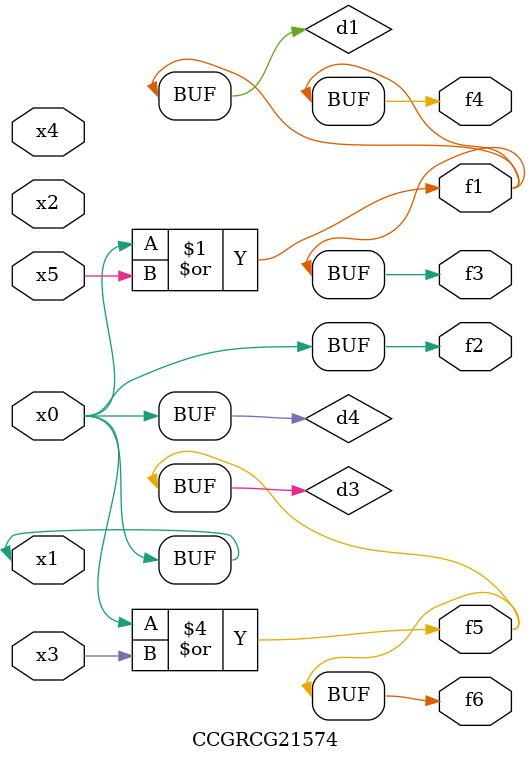
<source format=v>
module CCGRCG21574(
	input x0, x1, x2, x3, x4, x5,
	output f1, f2, f3, f4, f5, f6
);

	wire d1, d2, d3, d4;

	or (d1, x0, x5);
	xnor (d2, x1, x4);
	or (d3, x0, x3);
	buf (d4, x0, x1);
	assign f1 = d1;
	assign f2 = d4;
	assign f3 = d1;
	assign f4 = d1;
	assign f5 = d3;
	assign f6 = d3;
endmodule

</source>
